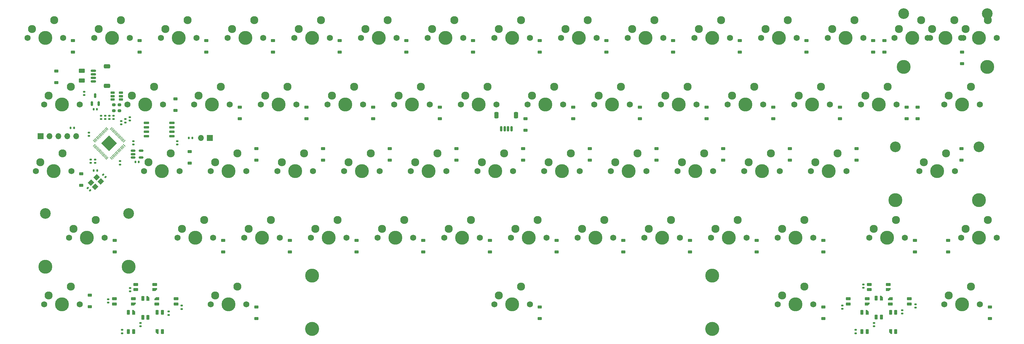
<source format=gbr>
G04 #@! TF.GenerationSoftware,KiCad,Pcbnew,(7.0.0-0)*
G04 #@! TF.CreationDate,2023-05-06T23:28:02-07:00*
G04 #@! TF.ProjectId,popstar,706f7073-7461-4722-9e6b-696361645f70,rev?*
G04 #@! TF.SameCoordinates,Original*
G04 #@! TF.FileFunction,Soldermask,Bot*
G04 #@! TF.FilePolarity,Negative*
%FSLAX46Y46*%
G04 Gerber Fmt 4.6, Leading zero omitted, Abs format (unit mm)*
G04 Created by KiCad (PCBNEW (7.0.0-0)) date 2023-05-06 23:28:02*
%MOMM*%
%LPD*%
G01*
G04 APERTURE LIST*
G04 Aperture macros list*
%AMRoundRect*
0 Rectangle with rounded corners*
0 $1 Rounding radius*
0 $2 $3 $4 $5 $6 $7 $8 $9 X,Y pos of 4 corners*
0 Add a 4 corners polygon primitive as box body*
4,1,4,$2,$3,$4,$5,$6,$7,$8,$9,$2,$3,0*
0 Add four circle primitives for the rounded corners*
1,1,$1+$1,$2,$3*
1,1,$1+$1,$4,$5*
1,1,$1+$1,$6,$7*
1,1,$1+$1,$8,$9*
0 Add four rect primitives between the rounded corners*
20,1,$1+$1,$2,$3,$4,$5,0*
20,1,$1+$1,$4,$5,$6,$7,0*
20,1,$1+$1,$6,$7,$8,$9,0*
20,1,$1+$1,$8,$9,$2,$3,0*%
%AMRotRect*
0 Rectangle, with rotation*
0 The origin of the aperture is its center*
0 $1 length*
0 $2 width*
0 $3 Rotation angle, in degrees counterclockwise*
0 Add horizontal line*
21,1,$1,$2,0,0,$3*%
%AMFreePoly0*
4,1,18,-0.410000,0.593000,-0.403758,0.624380,-0.385983,0.650983,-0.359380,0.668758,-0.328000,0.675000,0.328000,0.675000,0.359380,0.668758,0.385983,0.650983,0.403758,0.624380,0.410000,0.593000,0.410000,-0.593000,0.403758,-0.624380,0.385983,-0.650983,0.359380,-0.668758,0.328000,-0.675000,0.000000,-0.675000,-0.410000,-0.265000,-0.410000,0.593000,-0.410000,0.593000,$1*%
G04 Aperture macros list end*
%ADD10C,4.000000*%
%ADD11C,3.987800*%
%ADD12C,1.750000*%
%ADD13C,2.300000*%
%ADD14C,3.048000*%
%ADD15RoundRect,0.140000X0.170000X-0.140000X0.170000X0.140000X-0.170000X0.140000X-0.170000X-0.140000X0*%
%ADD16RoundRect,0.140000X0.219203X0.021213X0.021213X0.219203X-0.219203X-0.021213X-0.021213X-0.219203X0*%
%ADD17R,1.700000X1.700000*%
%ADD18O,1.700000X1.700000*%
%ADD19RoundRect,0.225000X0.375000X-0.225000X0.375000X0.225000X-0.375000X0.225000X-0.375000X-0.225000X0*%
%ADD20RoundRect,0.150000X-0.650000X-0.150000X0.650000X-0.150000X0.650000X0.150000X-0.650000X0.150000X0*%
%ADD21RoundRect,0.200000X-0.275000X0.200000X-0.275000X-0.200000X0.275000X-0.200000X0.275000X0.200000X0*%
%ADD22RoundRect,0.150000X-0.150000X-0.625000X0.150000X-0.625000X0.150000X0.625000X-0.150000X0.625000X0*%
%ADD23RoundRect,0.250000X-0.350000X-0.650000X0.350000X-0.650000X0.350000X0.650000X-0.350000X0.650000X0*%
%ADD24RoundRect,0.140000X-0.170000X0.140000X-0.170000X-0.140000X0.170000X-0.140000X0.170000X0.140000X0*%
%ADD25RoundRect,0.050000X0.309359X-0.238649X-0.238649X0.309359X-0.309359X0.238649X0.238649X-0.309359X0*%
%ADD26RoundRect,0.050000X0.309359X0.238649X0.238649X0.309359X-0.309359X-0.238649X-0.238649X-0.309359X0*%
%ADD27RoundRect,0.144000X2.059095X0.000000X0.000000X2.059095X-2.059095X0.000000X0.000000X-2.059095X0*%
%ADD28RoundRect,0.150000X0.150000X-0.512500X0.150000X0.512500X-0.150000X0.512500X-0.150000X-0.512500X0*%
%ADD29RoundRect,0.082000X0.593000X-0.328000X0.593000X0.328000X-0.593000X0.328000X-0.593000X-0.328000X0*%
%ADD30FreePoly0,90.000000*%
%ADD31RoundRect,0.250000X-0.625000X0.375000X-0.625000X-0.375000X0.625000X-0.375000X0.625000X0.375000X0*%
%ADD32RoundRect,0.135000X-0.135000X-0.185000X0.135000X-0.185000X0.135000X0.185000X-0.135000X0.185000X0*%
%ADD33RoundRect,0.150000X-0.625000X0.150000X-0.625000X-0.150000X0.625000X-0.150000X0.625000X0.150000X0*%
%ADD34RoundRect,0.250000X-0.650000X0.350000X-0.650000X-0.350000X0.650000X-0.350000X0.650000X0.350000X0*%
%ADD35RoundRect,0.082000X-0.328000X-0.593000X0.328000X-0.593000X0.328000X0.593000X-0.328000X0.593000X0*%
%ADD36FreePoly0,0.000000*%
%ADD37RoundRect,0.082000X-0.593000X0.328000X-0.593000X-0.328000X0.593000X-0.328000X0.593000X0.328000X0*%
%ADD38FreePoly0,270.000000*%
%ADD39RoundRect,0.140000X-0.140000X-0.170000X0.140000X-0.170000X0.140000X0.170000X-0.140000X0.170000X0*%
%ADD40RoundRect,0.082000X0.328000X0.593000X-0.328000X0.593000X-0.328000X-0.593000X0.328000X-0.593000X0*%
%ADD41FreePoly0,180.000000*%
%ADD42RotRect,1.400000X1.200000X45.000000*%
%ADD43RoundRect,0.140000X0.140000X0.170000X-0.140000X0.170000X-0.140000X-0.170000X0.140000X-0.170000X0*%
%ADD44RoundRect,0.140000X-0.219203X-0.021213X-0.021213X-0.219203X0.219203X0.021213X0.021213X0.219203X0*%
%ADD45RoundRect,0.135000X0.135000X0.185000X-0.135000X0.185000X-0.135000X-0.185000X0.135000X-0.185000X0*%
%ADD46RoundRect,0.150000X0.475000X0.150000X-0.475000X0.150000X-0.475000X-0.150000X0.475000X-0.150000X0*%
%ADD47RoundRect,0.150000X-0.512500X-0.150000X0.512500X-0.150000X0.512500X0.150000X-0.512500X0.150000X0*%
G04 APERTURE END LIST*
D10*
G04 #@! TO.C,S3*
X117475000Y-124460000D03*
X231775000Y-124460000D03*
D11*
X117475000Y-109220000D03*
X231775000Y-109220000D03*
G04 #@! TD*
D12*
G04 #@! TO.C,SW15*
X293370000Y-41275000D03*
D11*
X298450000Y-41275000D03*
D12*
X303530000Y-41275000D03*
D13*
X294640000Y-38735000D03*
X300990000Y-36195000D03*
G04 #@! TD*
D12*
G04 #@! TO.C,SW22*
X140970000Y-60325000D03*
D11*
X146050000Y-60325000D03*
D12*
X151130000Y-60325000D03*
D13*
X142240000Y-57785000D03*
X148590000Y-55245000D03*
G04 #@! TD*
D14*
G04 #@! TO.C,S1*
X286543750Y-34290000D03*
D11*
X286543750Y-49530000D03*
D14*
X310356250Y-34290000D03*
D11*
X310356250Y-49530000D03*
G04 #@! TD*
D12*
G04 #@! TO.C,SW55*
X302895000Y-98425000D03*
D11*
X307975000Y-98425000D03*
D12*
X313055000Y-98425000D03*
D13*
X304165000Y-95885000D03*
X310515000Y-93345000D03*
G04 #@! TD*
D12*
G04 #@! TO.C,SW29*
X274320000Y-60325000D03*
D11*
X279400000Y-60325000D03*
D12*
X284480000Y-60325000D03*
D13*
X275590000Y-57785000D03*
X281940000Y-55245000D03*
G04 #@! TD*
D12*
G04 #@! TO.C,SW33*
X107632500Y-79375000D03*
D11*
X112712500Y-79375000D03*
D12*
X117792500Y-79375000D03*
D13*
X108902500Y-76835000D03*
X115252500Y-74295000D03*
G04 #@! TD*
D12*
G04 #@! TO.C,SW25*
X198120000Y-60325000D03*
D11*
X203200000Y-60325000D03*
D12*
X208280000Y-60325000D03*
D13*
X199390000Y-57785000D03*
X205740000Y-55245000D03*
G04 #@! TD*
D12*
G04 #@! TO.C,SW53*
X250507500Y-98425000D03*
D11*
X255587500Y-98425000D03*
D12*
X260667500Y-98425000D03*
D13*
X251777500Y-95885000D03*
X258127500Y-93345000D03*
G04 #@! TD*
D12*
G04 #@! TO.C,SW17*
X40957500Y-60325000D03*
D11*
X46037500Y-60325000D03*
D12*
X51117500Y-60325000D03*
D13*
X42227500Y-57785000D03*
X48577500Y-55245000D03*
G04 #@! TD*
D12*
G04 #@! TO.C,SW41*
X260032500Y-79375000D03*
D11*
X265112500Y-79375000D03*
D12*
X270192500Y-79375000D03*
D13*
X261302500Y-76835000D03*
X267652500Y-74295000D03*
G04 #@! TD*
D14*
G04 #@! TO.C,S2*
X284162500Y-72390000D03*
D11*
X284162500Y-87630000D03*
D14*
X307975000Y-72390000D03*
D11*
X307975000Y-87630000D03*
G04 #@! TD*
D12*
G04 #@! TO.C,SW36*
X164782500Y-79375000D03*
D11*
X169862500Y-79375000D03*
D12*
X174942500Y-79375000D03*
D13*
X166052500Y-76835000D03*
X172402500Y-74295000D03*
G04 #@! TD*
D12*
G04 #@! TO.C,SW47*
X136207500Y-98425000D03*
D11*
X141287500Y-98425000D03*
D12*
X146367500Y-98425000D03*
D13*
X137477500Y-95885000D03*
X143827500Y-93345000D03*
G04 #@! TD*
D12*
G04 #@! TO.C,SW11*
X207645000Y-41275000D03*
D11*
X212725000Y-41275000D03*
D12*
X217805000Y-41275000D03*
D13*
X208915000Y-38735000D03*
X215265000Y-36195000D03*
G04 #@! TD*
D12*
G04 #@! TO.C,SW45*
X98107500Y-98425000D03*
D11*
X103187500Y-98425000D03*
D12*
X108267500Y-98425000D03*
D13*
X99377500Y-95885000D03*
X105727500Y-93345000D03*
G04 #@! TD*
D12*
G04 #@! TO.C,SW57*
X88582500Y-117475000D03*
D11*
X93662500Y-117475000D03*
D12*
X98742500Y-117475000D03*
D13*
X89852500Y-114935000D03*
X96202500Y-112395000D03*
G04 #@! TD*
D12*
G04 #@! TO.C,SW56*
X40957500Y-117475000D03*
D11*
X46037500Y-117475000D03*
D12*
X51117500Y-117475000D03*
D13*
X42227500Y-114935000D03*
X48577500Y-112395000D03*
G04 #@! TD*
D12*
G04 #@! TO.C,SW24*
X179070000Y-60325000D03*
D11*
X184150000Y-60325000D03*
D12*
X189230000Y-60325000D03*
D13*
X180340000Y-57785000D03*
X186690000Y-55245000D03*
G04 #@! TD*
D12*
G04 #@! TO.C,SW59*
X250507500Y-117475000D03*
D11*
X255587500Y-117475000D03*
D12*
X260667500Y-117475000D03*
D13*
X251777500Y-114935000D03*
X258127500Y-112395000D03*
G04 #@! TD*
D12*
G04 #@! TO.C,SW7*
X131445000Y-41275000D03*
D11*
X136525000Y-41275000D03*
D12*
X141605000Y-41275000D03*
D13*
X132715000Y-38735000D03*
X139065000Y-36195000D03*
G04 #@! TD*
D12*
G04 #@! TO.C,SW20*
X102870000Y-60325000D03*
D11*
X107950000Y-60325000D03*
D12*
X113030000Y-60325000D03*
D13*
X104140000Y-57785000D03*
X110490000Y-55245000D03*
G04 #@! TD*
D12*
G04 #@! TO.C,SW2*
X36195000Y-41275000D03*
D11*
X41275000Y-41275000D03*
D12*
X46355000Y-41275000D03*
D13*
X37465000Y-38735000D03*
X43815000Y-36195000D03*
G04 #@! TD*
D12*
G04 #@! TO.C,SW31*
X69532500Y-79375000D03*
D11*
X74612500Y-79375000D03*
D12*
X79692500Y-79375000D03*
D13*
X70802500Y-76835000D03*
X77152500Y-74295000D03*
G04 #@! TD*
D12*
G04 #@! TO.C,SW27*
X236220000Y-60325000D03*
D11*
X241300000Y-60325000D03*
D12*
X246380000Y-60325000D03*
D13*
X237490000Y-57785000D03*
X243840000Y-55245000D03*
G04 #@! TD*
D12*
G04 #@! TO.C,SW32*
X88582500Y-79375000D03*
D11*
X93662500Y-79375000D03*
D12*
X98742500Y-79375000D03*
D13*
X89852500Y-76835000D03*
X96202500Y-74295000D03*
G04 #@! TD*
D12*
G04 #@! TO.C,SW34*
X126682500Y-79375000D03*
D11*
X131762500Y-79375000D03*
D12*
X136842500Y-79375000D03*
D13*
X127952500Y-76835000D03*
X134302500Y-74295000D03*
G04 #@! TD*
D12*
G04 #@! TO.C,SW37*
X183832500Y-79375000D03*
D11*
X188912500Y-79375000D03*
D12*
X193992500Y-79375000D03*
D13*
X185102500Y-76835000D03*
X191452500Y-74295000D03*
G04 #@! TD*
D12*
G04 #@! TO.C,SW10*
X188595000Y-41275000D03*
D11*
X193675000Y-41275000D03*
D12*
X198755000Y-41275000D03*
D13*
X189865000Y-38735000D03*
X196215000Y-36195000D03*
G04 #@! TD*
D12*
G04 #@! TO.C,SW21*
X121920000Y-60325000D03*
D11*
X127000000Y-60325000D03*
D12*
X132080000Y-60325000D03*
D13*
X123190000Y-57785000D03*
X129540000Y-55245000D03*
G04 #@! TD*
D12*
G04 #@! TO.C,SW3*
X55245000Y-41275000D03*
D11*
X60325000Y-41275000D03*
D12*
X65405000Y-41275000D03*
D13*
X56515000Y-38735000D03*
X62865000Y-36195000D03*
G04 #@! TD*
D12*
G04 #@! TO.C,SW38*
X202882500Y-79375000D03*
D11*
X207962500Y-79375000D03*
D12*
X213042500Y-79375000D03*
D13*
X204152500Y-76835000D03*
X210502500Y-74295000D03*
G04 #@! TD*
D12*
G04 #@! TO.C,SW50*
X193357500Y-98425000D03*
D11*
X198437500Y-98425000D03*
D12*
X203517500Y-98425000D03*
D13*
X194627500Y-95885000D03*
X200977500Y-93345000D03*
G04 #@! TD*
D12*
G04 #@! TO.C,SW52*
X231457500Y-98425000D03*
D11*
X236537500Y-98425000D03*
D12*
X241617500Y-98425000D03*
D13*
X232727500Y-95885000D03*
X239077500Y-93345000D03*
G04 #@! TD*
D12*
G04 #@! TO.C,SW13*
X245745000Y-41275000D03*
D11*
X250825000Y-41275000D03*
D12*
X255905000Y-41275000D03*
D13*
X247015000Y-38735000D03*
X253365000Y-36195000D03*
G04 #@! TD*
D12*
G04 #@! TO.C,SW35*
X145732500Y-79375000D03*
D11*
X150812500Y-79375000D03*
D12*
X155892500Y-79375000D03*
D13*
X147002500Y-76835000D03*
X153352500Y-74295000D03*
G04 #@! TD*
D12*
G04 #@! TO.C,SW39*
X221932500Y-79375000D03*
D11*
X227012500Y-79375000D03*
D12*
X232092500Y-79375000D03*
D13*
X223202500Y-76835000D03*
X229552500Y-74295000D03*
G04 #@! TD*
D12*
G04 #@! TO.C,SW23*
X160020000Y-60325000D03*
D11*
X165100000Y-60325000D03*
D12*
X170180000Y-60325000D03*
D13*
X161290000Y-57785000D03*
X167640000Y-55245000D03*
G04 #@! TD*
D12*
G04 #@! TO.C,SW51*
X212407500Y-98425000D03*
D11*
X217487500Y-98425000D03*
D12*
X222567500Y-98425000D03*
D13*
X213677500Y-95885000D03*
X220027500Y-93345000D03*
G04 #@! TD*
D12*
G04 #@! TO.C,SW43*
X48101250Y-98425000D03*
D11*
X53181250Y-98425000D03*
D12*
X58261250Y-98425000D03*
D13*
X49371250Y-95885000D03*
X55721250Y-93345000D03*
G04 #@! TD*
D12*
G04 #@! TO.C,SW61*
X302895000Y-41275000D03*
D11*
X307975000Y-41275000D03*
D12*
X313055000Y-41275000D03*
D13*
X304165000Y-38735000D03*
X310515000Y-36195000D03*
G04 #@! TD*
D12*
G04 #@! TO.C,SW44*
X79057500Y-98425000D03*
D11*
X84137500Y-98425000D03*
D12*
X89217500Y-98425000D03*
D13*
X80327500Y-95885000D03*
X86677500Y-93345000D03*
G04 #@! TD*
D12*
G04 #@! TO.C,SW58*
X169545000Y-117475000D03*
D11*
X174625000Y-117475000D03*
D12*
X179705000Y-117475000D03*
D13*
X170815000Y-114935000D03*
X177165000Y-112395000D03*
G04 #@! TD*
D12*
G04 #@! TO.C,SW18*
X64770000Y-60325000D03*
D11*
X69850000Y-60325000D03*
D12*
X74930000Y-60325000D03*
D13*
X66040000Y-57785000D03*
X72390000Y-55245000D03*
G04 #@! TD*
D12*
G04 #@! TO.C,SW5*
X93345000Y-41275000D03*
D11*
X98425000Y-41275000D03*
D12*
X103505000Y-41275000D03*
D13*
X94615000Y-38735000D03*
X100965000Y-36195000D03*
G04 #@! TD*
D12*
G04 #@! TO.C,SW6*
X112395000Y-41275000D03*
D11*
X117475000Y-41275000D03*
D12*
X122555000Y-41275000D03*
D13*
X113665000Y-38735000D03*
X120015000Y-36195000D03*
G04 #@! TD*
D12*
G04 #@! TO.C,SW28*
X255270000Y-60325000D03*
D11*
X260350000Y-60325000D03*
D12*
X265430000Y-60325000D03*
D13*
X256540000Y-57785000D03*
X262890000Y-55245000D03*
G04 #@! TD*
D12*
G04 #@! TO.C,SW48*
X155257500Y-98425000D03*
D11*
X160337500Y-98425000D03*
D12*
X165417500Y-98425000D03*
D13*
X156527500Y-95885000D03*
X162877500Y-93345000D03*
G04 #@! TD*
D12*
G04 #@! TO.C,SW60*
X298132500Y-117475000D03*
D11*
X303212500Y-117475000D03*
D12*
X308292500Y-117475000D03*
D13*
X299402500Y-114935000D03*
X305752500Y-112395000D03*
G04 #@! TD*
D12*
G04 #@! TO.C,SW49*
X174307500Y-98425000D03*
D11*
X179387500Y-98425000D03*
D12*
X184467500Y-98425000D03*
D13*
X175577500Y-95885000D03*
X181927500Y-93345000D03*
G04 #@! TD*
D12*
G04 #@! TO.C,SW30*
X38576250Y-79375000D03*
D11*
X43656250Y-79375000D03*
D12*
X48736250Y-79375000D03*
D13*
X39846250Y-76835000D03*
X46196250Y-74295000D03*
G04 #@! TD*
D12*
G04 #@! TO.C,SW26*
X217170000Y-60325000D03*
D11*
X222250000Y-60325000D03*
D12*
X227330000Y-60325000D03*
D13*
X218440000Y-57785000D03*
X224790000Y-55245000D03*
G04 #@! TD*
D12*
G04 #@! TO.C,SW62*
X298132500Y-60325000D03*
D11*
X303212500Y-60325000D03*
D12*
X308292500Y-60325000D03*
D13*
X299402500Y-57785000D03*
X305752500Y-55245000D03*
G04 #@! TD*
D12*
G04 #@! TO.C,SW16*
X283845000Y-41275000D03*
D11*
X288925000Y-41275000D03*
D12*
X294005000Y-41275000D03*
D13*
X285115000Y-38735000D03*
X291465000Y-36195000D03*
G04 #@! TD*
D12*
G04 #@! TO.C,SW14*
X264795000Y-41275000D03*
D11*
X269875000Y-41275000D03*
D12*
X274955000Y-41275000D03*
D13*
X266065000Y-38735000D03*
X272415000Y-36195000D03*
G04 #@! TD*
D12*
G04 #@! TO.C,SW46*
X117157500Y-98425000D03*
D11*
X122237500Y-98425000D03*
D12*
X127317500Y-98425000D03*
D13*
X118427500Y-95885000D03*
X124777500Y-93345000D03*
G04 #@! TD*
D12*
G04 #@! TO.C,SW40*
X240982500Y-79375000D03*
D11*
X246062500Y-79375000D03*
D12*
X251142500Y-79375000D03*
D13*
X242252500Y-76835000D03*
X248602500Y-74295000D03*
G04 #@! TD*
D14*
G04 #@! TO.C,S4*
X41275000Y-91440000D03*
D11*
X41275000Y-106680000D03*
D14*
X65087500Y-91440000D03*
D11*
X65087500Y-106680000D03*
G04 #@! TD*
D12*
G04 #@! TO.C,SW12*
X226695000Y-41275000D03*
D11*
X231775000Y-41275000D03*
D12*
X236855000Y-41275000D03*
D13*
X227965000Y-38735000D03*
X234315000Y-36195000D03*
G04 #@! TD*
D12*
G04 #@! TO.C,SW9*
X169545000Y-41275000D03*
D11*
X174625000Y-41275000D03*
D12*
X179705000Y-41275000D03*
D13*
X170815000Y-38735000D03*
X177165000Y-36195000D03*
G04 #@! TD*
D12*
G04 #@! TO.C,SW19*
X83820000Y-60325000D03*
D11*
X88900000Y-60325000D03*
D12*
X93980000Y-60325000D03*
D13*
X85090000Y-57785000D03*
X91440000Y-55245000D03*
G04 #@! TD*
D12*
G04 #@! TO.C,SW42*
X290988750Y-79375000D03*
D11*
X296068750Y-79375000D03*
D12*
X301148750Y-79375000D03*
D13*
X292258750Y-76835000D03*
X298608750Y-74295000D03*
G04 #@! TD*
D12*
G04 #@! TO.C,SW4*
X74295000Y-41275000D03*
D11*
X79375000Y-41275000D03*
D12*
X84455000Y-41275000D03*
D13*
X75565000Y-38735000D03*
X81915000Y-36195000D03*
G04 #@! TD*
D12*
G04 #@! TO.C,SW8*
X150495000Y-41275000D03*
D11*
X155575000Y-41275000D03*
D12*
X160655000Y-41275000D03*
D13*
X151765000Y-38735000D03*
X158115000Y-36195000D03*
G04 #@! TD*
D12*
G04 #@! TO.C,SW54*
X276701250Y-98425000D03*
D11*
X281781250Y-98425000D03*
D12*
X286861250Y-98425000D03*
D13*
X277971250Y-95885000D03*
X284321250Y-93345000D03*
G04 #@! TD*
D15*
G04 #@! TO.C,C4*
X57200000Y-64480000D03*
X57200000Y-63520000D03*
G04 #@! TD*
D16*
G04 #@! TO.C,C14*
X54057411Y-84871411D03*
X53378589Y-84192589D03*
G04 #@! TD*
D17*
G04 #@! TO.C,J2*
X39919999Y-69341999D03*
D18*
X42459999Y-69341999D03*
X44999999Y-69341999D03*
X47539999Y-69341999D03*
X50079999Y-69341999D03*
G04 #@! TD*
D19*
G04 #@! TO.C,D60*
X206375000Y-102456250D03*
X206375000Y-99156250D03*
G04 #@! TD*
G04 #@! TO.C,D53*
X61118750Y-102456250D03*
X61118750Y-99156250D03*
G04 #@! TD*
D20*
G04 #@! TO.C,U4*
X70218750Y-69373750D03*
X70218750Y-68103750D03*
X70218750Y-66833750D03*
X70218750Y-65563750D03*
X77418750Y-65563750D03*
X77418750Y-66833750D03*
X77418750Y-68103750D03*
X77418750Y-69373750D03*
G04 #@! TD*
D19*
G04 #@! TO.C,D28*
X78500000Y-61975000D03*
X78500000Y-58675000D03*
G04 #@! TD*
G04 #@! TO.C,D34*
X192087500Y-64356250D03*
X192087500Y-61056250D03*
G04 #@! TD*
G04 #@! TO.C,D19*
X163512500Y-45306250D03*
X163512500Y-42006250D03*
G04 #@! TD*
G04 #@! TO.C,D26*
X280987500Y-45306250D03*
X280987500Y-42006250D03*
G04 #@! TD*
G04 #@! TO.C,D18*
X144462500Y-45306250D03*
X144462500Y-42006250D03*
G04 #@! TD*
D21*
G04 #@! TO.C,R2*
X62484000Y-60425000D03*
X62484000Y-62075000D03*
G04 #@! TD*
D22*
G04 #@! TO.C,J1*
X171500000Y-67250000D03*
X172500000Y-67250000D03*
X173500000Y-67250000D03*
X174500000Y-67250000D03*
D23*
X170200000Y-63375000D03*
X175800000Y-63375000D03*
G04 #@! TD*
D19*
G04 #@! TO.C,D22*
X220662500Y-45306250D03*
X220662500Y-42006250D03*
G04 #@! TD*
D24*
G04 #@! TO.C,C23*
X80250000Y-117820000D03*
X80250000Y-118780000D03*
G04 #@! TD*
D19*
G04 #@! TO.C,D72*
X290512500Y-64356250D03*
X290512500Y-61056250D03*
G04 #@! TD*
G04 #@! TO.C,D51*
X273050000Y-76262500D03*
X273050000Y-72962500D03*
G04 #@! TD*
G04 #@! TO.C,D31*
X134937500Y-64356250D03*
X134937500Y-61056250D03*
G04 #@! TD*
G04 #@! TO.C,D27*
X44450000Y-54037500D03*
X44450000Y-50737500D03*
G04 #@! TD*
G04 #@! TO.C,D54*
X92075000Y-102456250D03*
X92075000Y-99156250D03*
G04 #@! TD*
D24*
G04 #@! TO.C,C5*
X66421000Y-70767000D03*
X66421000Y-71727000D03*
G04 #@! TD*
D19*
G04 #@! TO.C,D67*
X101600000Y-121506250D03*
X101600000Y-118206250D03*
G04 #@! TD*
G04 #@! TO.C,D40*
X51593750Y-83406250D03*
X51593750Y-80106250D03*
G04 #@! TD*
G04 #@! TO.C,D46*
X177800000Y-76262500D03*
X177800000Y-72962500D03*
G04 #@! TD*
G04 #@! TO.C,D42*
X101600000Y-76262500D03*
X101600000Y-72962500D03*
G04 #@! TD*
G04 #@! TO.C,D17*
X125412500Y-45306250D03*
X125412500Y-42006250D03*
G04 #@! TD*
G04 #@! TO.C,D41*
X82550000Y-77056250D03*
X82550000Y-73756250D03*
G04 #@! TD*
G04 #@! TO.C,D69*
X263525000Y-121506250D03*
X263525000Y-118206250D03*
G04 #@! TD*
D25*
G04 #@! TO.C,U6*
X63800407Y-72029702D03*
X63517564Y-72312545D03*
X63234722Y-72595387D03*
X62951879Y-72878230D03*
X62669036Y-73161073D03*
X62386194Y-73443915D03*
X62103351Y-73726758D03*
X61820508Y-74009601D03*
X61537665Y-74292444D03*
X61254823Y-74575286D03*
X60971980Y-74858129D03*
X60689137Y-75140972D03*
X60406295Y-75423814D03*
X60123452Y-75706657D03*
D26*
X58939048Y-75706657D03*
X58656205Y-75423814D03*
X58373363Y-75140972D03*
X58090520Y-74858129D03*
X57807677Y-74575286D03*
X57524835Y-74292444D03*
X57241992Y-74009601D03*
X56959149Y-73726758D03*
X56676306Y-73443915D03*
X56393464Y-73161073D03*
X56110621Y-72878230D03*
X55827778Y-72595387D03*
X55544936Y-72312545D03*
X55262093Y-72029702D03*
D25*
X55262093Y-70845298D03*
X55544936Y-70562455D03*
X55827778Y-70279613D03*
X56110621Y-69996770D03*
X56393464Y-69713927D03*
X56676306Y-69431085D03*
X56959149Y-69148242D03*
X57241992Y-68865399D03*
X57524835Y-68582556D03*
X57807677Y-68299714D03*
X58090520Y-68016871D03*
X58373363Y-67734028D03*
X58656205Y-67451186D03*
X58939048Y-67168343D03*
D26*
X60123452Y-67168343D03*
X60406295Y-67451186D03*
X60689137Y-67734028D03*
X60971980Y-68016871D03*
X61254823Y-68299714D03*
X61537665Y-68582556D03*
X61820508Y-68865399D03*
X62103351Y-69148242D03*
X62386194Y-69431085D03*
X62669036Y-69713927D03*
X62951879Y-69996770D03*
X63234722Y-70279613D03*
X63517564Y-70562455D03*
X63800407Y-70845298D03*
D27*
X59531250Y-71437500D03*
G04 #@! TD*
D19*
G04 #@! TO.C,D37*
X249237500Y-64356250D03*
X249237500Y-61056250D03*
G04 #@! TD*
G04 #@! TO.C,D15*
X87312500Y-45306250D03*
X87312500Y-42006250D03*
G04 #@! TD*
D15*
G04 #@! TO.C,C10*
X59600000Y-64480000D03*
X59600000Y-63520000D03*
G04 #@! TD*
D19*
G04 #@! TO.C,D35*
X211137500Y-64356250D03*
X211137500Y-61056250D03*
G04 #@! TD*
D28*
G04 #@! TO.C,U2*
X56512500Y-60065500D03*
X54612500Y-60065500D03*
X55562500Y-57790500D03*
G04 #@! TD*
D19*
G04 #@! TO.C,D44*
X139700000Y-76262500D03*
X139700000Y-72962500D03*
G04 #@! TD*
D24*
G04 #@! TO.C,C25*
X269000000Y-117770000D03*
X269000000Y-118730000D03*
G04 #@! TD*
D15*
G04 #@! TO.C,C11*
X62992000Y-66012000D03*
X62992000Y-65052000D03*
G04 #@! TD*
D19*
G04 #@! TO.C,D56*
X130175000Y-102456250D03*
X130175000Y-99156250D03*
G04 #@! TD*
D29*
G04 #@! TO.C,D12*
X276675000Y-111750000D03*
X276675000Y-113250000D03*
X282125000Y-111750000D03*
D30*
X282124999Y-113249999D03*
G04 #@! TD*
D29*
G04 #@! TO.C,D1*
X67125000Y-111750000D03*
X67125000Y-113250000D03*
X72575000Y-111750000D03*
D30*
X72574999Y-113249999D03*
G04 #@! TD*
D19*
G04 #@! TO.C,D30*
X115887500Y-64356250D03*
X115887500Y-61056250D03*
G04 #@! TD*
G04 #@! TO.C,D49*
X234950000Y-76262500D03*
X234950000Y-72962500D03*
G04 #@! TD*
D29*
G04 #@! TO.C,D2*
X61025000Y-115850000D03*
X61025000Y-117350000D03*
X66475000Y-115850000D03*
D30*
X66474999Y-117349999D03*
G04 #@! TD*
D19*
G04 #@! TO.C,D43*
X120650000Y-76262500D03*
X120650000Y-72962500D03*
G04 #@! TD*
G04 #@! TO.C,D58*
X168275000Y-102456250D03*
X168275000Y-99156250D03*
G04 #@! TD*
D24*
G04 #@! TO.C,C24*
X68500000Y-122770000D03*
X68500000Y-123730000D03*
G04 #@! TD*
D15*
G04 #@! TO.C,C6*
X58400000Y-64480000D03*
X58400000Y-63520000D03*
G04 #@! TD*
D31*
G04 #@! TO.C,F1*
X51689000Y-50670000D03*
X51689000Y-53470000D03*
G04 #@! TD*
D19*
G04 #@! TO.C,D63*
X263525000Y-102456250D03*
X263525000Y-99156250D03*
G04 #@! TD*
G04 #@! TO.C,D16*
X106362500Y-45306250D03*
X106362500Y-42006250D03*
G04 #@! TD*
G04 #@! TO.C,D29*
X96837500Y-64356250D03*
X96837500Y-61056250D03*
G04 #@! TD*
D15*
G04 #@! TO.C,C2*
X60770000Y-64480000D03*
X60770000Y-63520000D03*
G04 #@! TD*
D24*
G04 #@! TO.C,C19*
X65500000Y-112770000D03*
X65500000Y-113730000D03*
G04 #@! TD*
D32*
G04 #@! TO.C,R4*
X55113000Y-79198000D03*
X56133000Y-79198000D03*
G04 #@! TD*
D19*
G04 #@! TO.C,D38*
X268287500Y-64356250D03*
X268287500Y-61056250D03*
G04 #@! TD*
D24*
G04 #@! TO.C,C20*
X59250000Y-116020000D03*
X59250000Y-116980000D03*
G04 #@! TD*
D33*
G04 #@! TO.C,J1*
X55023000Y-50697000D03*
X55023000Y-51697000D03*
X55023000Y-52697000D03*
X55023000Y-53697000D03*
D34*
X58898000Y-49397000D03*
X58898000Y-54997000D03*
G04 #@! TD*
D19*
G04 #@! TO.C,D55*
X111125000Y-102456250D03*
X111125000Y-99156250D03*
G04 #@! TD*
G04 #@! TO.C,D68*
X182562500Y-121506250D03*
X182562500Y-118206250D03*
G04 #@! TD*
G04 #@! TO.C,D62*
X244475000Y-102456250D03*
X244475000Y-99156250D03*
G04 #@! TD*
D24*
G04 #@! TO.C,C27*
X286100000Y-119120000D03*
X286100000Y-120080000D03*
G04 #@! TD*
G04 #@! TO.C,C3*
X54229000Y-76033750D03*
X54229000Y-76993750D03*
G04 #@! TD*
D19*
G04 #@! TO.C,D47*
X196850000Y-76262500D03*
X196850000Y-72962500D03*
G04 #@! TD*
G04 #@! TO.C,D21*
X201612500Y-45306250D03*
X201612500Y-42006250D03*
G04 #@! TD*
D24*
G04 #@! TO.C,C12*
X62611000Y-76520000D03*
X62611000Y-77480000D03*
G04 #@! TD*
D15*
G04 #@! TO.C,C1*
X65405000Y-64869000D03*
X65405000Y-63909000D03*
G04 #@! TD*
D35*
G04 #@! TO.C,D4*
X74750000Y-119775000D03*
X73250000Y-119775000D03*
X74750000Y-125225000D03*
D36*
X73249999Y-125224999D03*
G04 #@! TD*
D37*
G04 #@! TO.C,D5*
X78625000Y-117350000D03*
X78625000Y-115850000D03*
X73175000Y-117350000D03*
D38*
X73174999Y-115849999D03*
G04 #@! TD*
D39*
G04 #@! TO.C,C16*
X55082500Y-61690250D03*
X56042500Y-61690250D03*
G04 #@! TD*
D40*
G04 #@! TO.C,D8*
X274550000Y-125225000D03*
X276050000Y-125225000D03*
X274550000Y-119775000D03*
D41*
X276049999Y-119774999D03*
G04 #@! TD*
D19*
G04 #@! TO.C,D39*
X287337500Y-64356250D03*
X287337500Y-61056250D03*
G04 #@! TD*
G04 #@! TO.C,D45*
X158750000Y-76262500D03*
X158750000Y-72962500D03*
G04 #@! TD*
G04 #@! TO.C,D70*
X311150000Y-121506250D03*
X311150000Y-118206250D03*
G04 #@! TD*
D24*
G04 #@! TO.C,C26*
X272750000Y-124770000D03*
X272750000Y-125730000D03*
G04 #@! TD*
D29*
G04 #@! TO.C,D7*
X270675000Y-115850000D03*
X270675000Y-117350000D03*
X276125000Y-115850000D03*
D30*
X276124999Y-117349999D03*
G04 #@! TD*
D15*
G04 #@! TO.C,C8*
X53721000Y-69314000D03*
X53721000Y-68354000D03*
G04 #@! TD*
D19*
G04 #@! TO.C,D61*
X225425000Y-102456250D03*
X225425000Y-99156250D03*
G04 #@! TD*
G04 #@! TO.C,D32*
X153987500Y-64356250D03*
X153987500Y-61056250D03*
G04 #@! TD*
D24*
G04 #@! TO.C,C15*
X52387500Y-56670000D03*
X52387500Y-57630000D03*
G04 #@! TD*
D19*
G04 #@! TO.C,D13*
X49212500Y-45306250D03*
X49212500Y-42006250D03*
G04 #@! TD*
G04 #@! TO.C,D64*
X289718750Y-102456250D03*
X289718750Y-99156250D03*
G04 #@! TD*
D42*
G04 #@! TO.C,Y1*
X54371141Y-82676776D03*
X55926776Y-81121141D03*
X57128857Y-82323222D03*
X55573222Y-83878857D03*
G04 #@! TD*
D43*
G04 #@! TO.C,C18*
X67980000Y-76750000D03*
X67020000Y-76750000D03*
G04 #@! TD*
D44*
G04 #@! TO.C,C13*
X57823589Y-80382589D03*
X58502411Y-81061411D03*
G04 #@! TD*
D40*
G04 #@! TO.C,D11*
X278650000Y-121125000D03*
X280150000Y-121125000D03*
X278650000Y-115675000D03*
D41*
X280149999Y-115674999D03*
G04 #@! TD*
D24*
G04 #@! TO.C,C21*
X63250000Y-124770000D03*
X63250000Y-125730000D03*
G04 #@! TD*
D19*
G04 #@! TO.C,D57*
X149225000Y-102456250D03*
X149225000Y-99156250D03*
G04 #@! TD*
G04 #@! TO.C,D36*
X230187500Y-64356250D03*
X230187500Y-61056250D03*
G04 #@! TD*
D17*
G04 #@! TO.C,SW1*
X88336249Y-69874999D03*
D18*
X85796249Y-69874999D03*
G04 #@! TD*
D19*
G04 #@! TO.C,D33*
X178500000Y-67650000D03*
X178500000Y-64350000D03*
G04 #@! TD*
G04 #@! TO.C,D14*
X68262500Y-45306250D03*
X68262500Y-42006250D03*
G04 #@! TD*
G04 #@! TO.C,D50*
X254000000Y-76262500D03*
X254000000Y-72962500D03*
G04 #@! TD*
D24*
G04 #@! TO.C,C22*
X76500000Y-119520000D03*
X76500000Y-120480000D03*
G04 #@! TD*
D19*
G04 #@! TO.C,D59*
X187325000Y-102456250D03*
X187325000Y-99156250D03*
G04 #@! TD*
D40*
G04 #@! TO.C,D3*
X65000000Y-125225000D03*
X66500000Y-125225000D03*
X65000000Y-119775000D03*
D41*
X66499999Y-119774999D03*
G04 #@! TD*
D19*
G04 #@! TO.C,D65*
X299243750Y-102456250D03*
X299243750Y-99156250D03*
G04 #@! TD*
D37*
G04 #@! TO.C,D10*
X288125000Y-117350000D03*
X288125000Y-115850000D03*
X282675000Y-117350000D03*
D38*
X282674999Y-115849999D03*
G04 #@! TD*
D24*
G04 #@! TO.C,C9*
X55499000Y-76033750D03*
X55499000Y-76993750D03*
G04 #@! TD*
D19*
G04 #@! TO.C,D52*
X303000000Y-76262500D03*
X303000000Y-72962500D03*
G04 #@! TD*
G04 #@! TO.C,D24*
X258762500Y-45306250D03*
X258762500Y-42006250D03*
G04 #@! TD*
G04 #@! TO.C,D71*
X303212500Y-48650000D03*
X303212500Y-45350000D03*
G04 #@! TD*
D45*
G04 #@! TO.C,R1*
X49510000Y-66960750D03*
X48490000Y-66960750D03*
G04 #@! TD*
D19*
G04 #@! TO.C,D25*
X277812500Y-45306250D03*
X277812500Y-42006250D03*
G04 #@! TD*
D45*
G04 #@! TO.C,R5*
X83343750Y-69850000D03*
X82323750Y-69850000D03*
G04 #@! TD*
D24*
G04 #@! TO.C,C30*
X275000000Y-111770000D03*
X275000000Y-112730000D03*
G04 #@! TD*
D46*
G04 #@! TO.C,U3*
X62897000Y-56962000D03*
X62897000Y-57912000D03*
X62897000Y-58862000D03*
X60547000Y-58862000D03*
X60547000Y-57912000D03*
X60547000Y-56962000D03*
G04 #@! TD*
D24*
G04 #@! TO.C,C17*
X79000000Y-70770000D03*
X79000000Y-71730000D03*
G04 #@! TD*
D21*
G04 #@! TO.C,R3*
X60860000Y-60425000D03*
X60860000Y-62075000D03*
G04 #@! TD*
D19*
G04 #@! TO.C,D66*
X53975000Y-118150000D03*
X53975000Y-114850000D03*
G04 #@! TD*
G04 #@! TO.C,D23*
X239712500Y-45306250D03*
X239712500Y-42006250D03*
G04 #@! TD*
G04 #@! TO.C,D20*
X182562500Y-45306250D03*
X182562500Y-42006250D03*
G04 #@! TD*
D15*
G04 #@! TO.C,C7*
X64135000Y-65440500D03*
X64135000Y-64480500D03*
G04 #@! TD*
D24*
G04 #@! TO.C,C28*
X289900000Y-117420000D03*
X289900000Y-118380000D03*
G04 #@! TD*
G04 #@! TO.C,C29*
X278000000Y-122770000D03*
X278000000Y-123730000D03*
G04 #@! TD*
D40*
G04 #@! TO.C,D6*
X69125000Y-121225000D03*
X70625000Y-121225000D03*
X69125000Y-115775000D03*
D41*
X70624999Y-115774999D03*
G04 #@! TD*
D19*
G04 #@! TO.C,D48*
X215900000Y-76262500D03*
X215900000Y-72962500D03*
G04 #@! TD*
D47*
G04 #@! TO.C,U5*
X66362500Y-75450000D03*
X66362500Y-74500000D03*
X66362500Y-73550000D03*
X68637500Y-73550000D03*
X68637500Y-75450000D03*
G04 #@! TD*
D35*
G04 #@! TO.C,D9*
X284250000Y-119775000D03*
X282750000Y-119775000D03*
X284250000Y-125225000D03*
D36*
X282749999Y-125224999D03*
G04 #@! TD*
M02*

</source>
